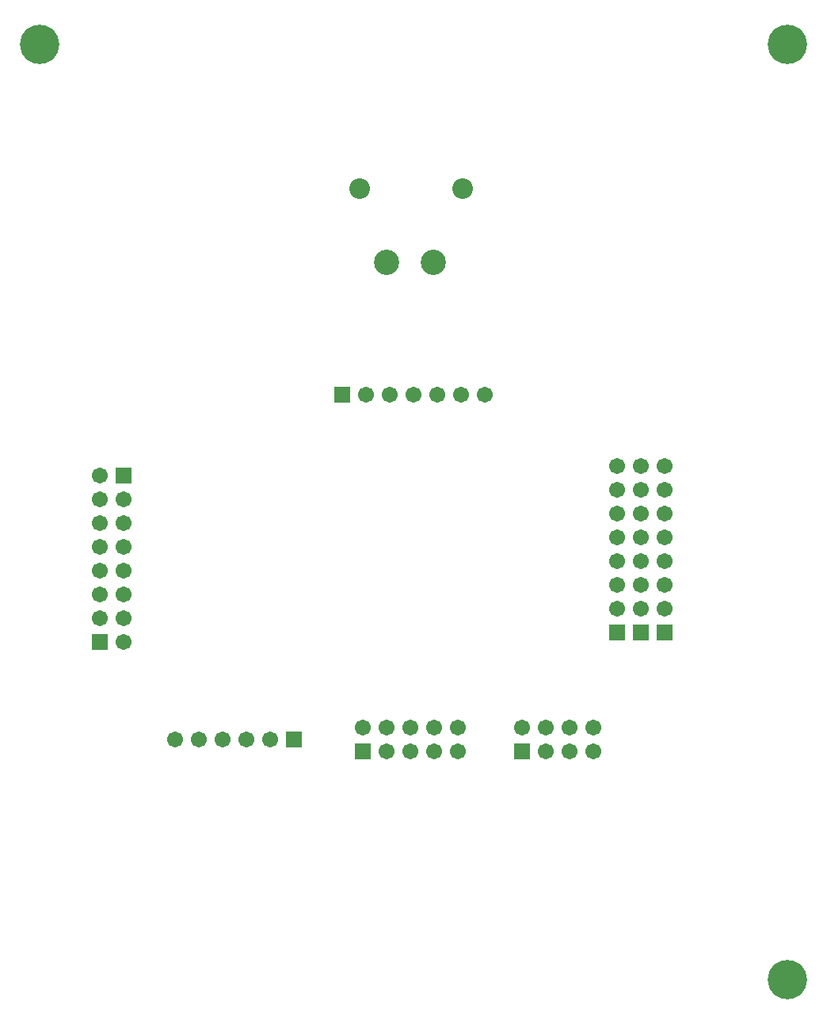
<source format=gbs>
G04*
G04 #@! TF.GenerationSoftware,Altium Limited,Altium Designer,19.0.12 (326)*
G04*
G04 Layer_Color=16711935*
%FSLAX24Y24*%
%MOIN*%
G70*
G01*
G75*
%ADD69C,0.1064*%
%ADD70C,0.0867*%
%ADD71R,0.0671X0.0671*%
%ADD72C,0.0671*%
%ADD73R,0.0671X0.0671*%
%ADD74C,0.1655*%
D69*
X16564Y30182D02*
D03*
X14596D02*
D03*
D70*
X17795Y33289D02*
D03*
X13464D02*
D03*
D71*
X26300Y14620D02*
D03*
X25300D02*
D03*
X24300D02*
D03*
X2550Y14220D02*
D03*
X3550Y21220D02*
D03*
D72*
X26300Y15620D02*
D03*
Y16620D02*
D03*
Y17620D02*
D03*
Y18620D02*
D03*
Y19620D02*
D03*
Y20620D02*
D03*
Y21620D02*
D03*
X25300Y15620D02*
D03*
Y16620D02*
D03*
Y17620D02*
D03*
Y18620D02*
D03*
Y19620D02*
D03*
Y20620D02*
D03*
Y21620D02*
D03*
X24300D02*
D03*
Y20620D02*
D03*
Y19620D02*
D03*
Y18620D02*
D03*
Y17620D02*
D03*
Y16620D02*
D03*
Y15620D02*
D03*
X14750Y24620D02*
D03*
X13750D02*
D03*
X15750D02*
D03*
X16750D02*
D03*
X17750D02*
D03*
X18750D02*
D03*
X2550Y21220D02*
D03*
Y20220D02*
D03*
Y19220D02*
D03*
Y18220D02*
D03*
Y17220D02*
D03*
Y16220D02*
D03*
Y15220D02*
D03*
X5710Y10120D02*
D03*
X6710D02*
D03*
X7710D02*
D03*
X8710D02*
D03*
X9710D02*
D03*
X20300Y10620D02*
D03*
X21300Y9620D02*
D03*
Y10620D02*
D03*
X22300Y9620D02*
D03*
Y10620D02*
D03*
X23300Y9620D02*
D03*
Y10620D02*
D03*
X3550Y14220D02*
D03*
Y15220D02*
D03*
Y16220D02*
D03*
Y17220D02*
D03*
Y18220D02*
D03*
Y19220D02*
D03*
Y20220D02*
D03*
X13600Y10620D02*
D03*
X14600Y9620D02*
D03*
Y10620D02*
D03*
X15600Y9620D02*
D03*
Y10620D02*
D03*
X16600Y9620D02*
D03*
Y10620D02*
D03*
X17600Y9620D02*
D03*
Y10620D02*
D03*
D73*
X12750Y24620D02*
D03*
X10710Y10120D02*
D03*
X20300Y9620D02*
D03*
X13600D02*
D03*
D74*
X31490Y10D02*
D03*
Y39370D02*
D03*
X0D02*
D03*
M02*

</source>
